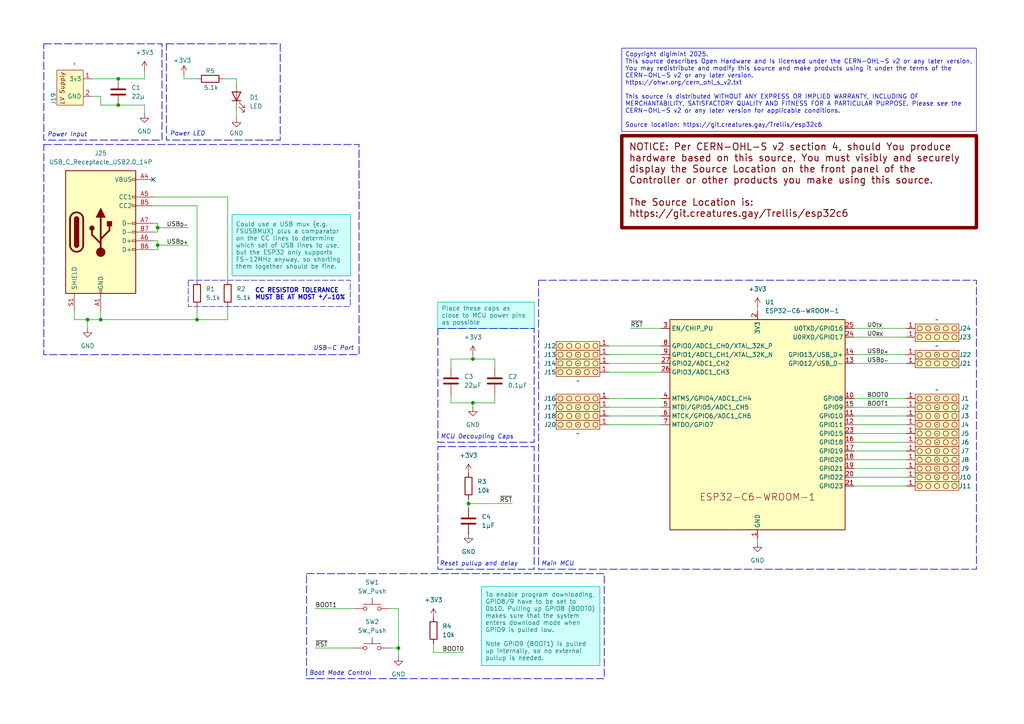
<source format=kicad_sch>
(kicad_sch (version 20231120) (generator "eeschema") (generator_version "8.0")
  (paper "A4")
  (title_block (title "Trellis ESP32-C6-WROOM module") (date "2025-04-03") (rev "1") (company "https://git.creatures.gay/Trellis/esp32c6") (comment 3 "Licensed under the CERN OHL-S v2") (comment 4 "Copyright 2025 digimint"))
  (lib_symbols
    (symbol "Connector:USB_C_Receptacle_USB2.0_14P" (pin_names (offset 1.016))
      (property "Reference" "J" (at 0 22.225 0))
      (property "Value" "USB_C_Receptacle_USB2.0_14P" (at 0 19.685 0))
      (symbol "USB_C_Receptacle_USB2.0_14P_0_0"
        (rectangle (start -0.254 -17.78) (end 0.254 -16.764))
        (rectangle (start 10.16 -4.826) (end 9.144 -5.334))
        (rectangle (start 10.16 -2.286) (end 9.144 -2.794))
        (rectangle (start 10.16 0.254) (end 9.144 -0.254))
        (rectangle (start 10.16 2.794) (end 9.144 2.286))
        (rectangle (start 10.16 7.874) (end 9.144 7.366))
        (rectangle (start 10.16 10.414) (end 9.144 9.906))
        (rectangle (start 10.16 15.494) (end 9.144 14.986))
      )
      (symbol "USB_C_Receptacle_USB2.0_14P_0_1"
        (rectangle (start -10.16 17.78) (end 10.16 -17.78) (stroke (width 0.254)) (fill (type background)))
        (arc (start -8.89 -3.81) (mid -6.985 -5.7067) (end -5.08 -3.81) (stroke (width 0.508)))
        (arc (start -7.62 -3.81) (mid -6.985 -4.4423) (end -6.35 -3.81) (stroke (width 0.254)))
        (arc (start -7.62 -3.81) (mid -6.985 -4.4423) (end -6.35 -3.81) (stroke (width 0.254)) (fill (type outline)))
        (rectangle (start -7.62 -3.81) (end -6.35 3.81) (stroke (width 0.254)) (fill (type outline)))
        (arc (start -6.35 3.81) (mid -6.985 4.4423) (end -7.62 3.81) (stroke (width 0.254)))
        (arc (start -6.35 3.81) (mid -6.985 4.4423) (end -7.62 3.81) (stroke (width 0.254)) (fill (type outline)))
        (arc (start -5.08 3.81) (mid -6.985 5.7067) (end -8.89 3.81) (stroke (width 0.508)))
        (circle (center -2.54 1.143) (radius 0.635) (stroke (width 0.254)) (fill (type outline)))
        (circle (center 0 -5.842) (radius 1.27) (fill (type outline)))
        (polyline (pts (xy -8.89 -3.81) (xy -8.89 3.81)) (stroke (width 0.508)))
        (polyline (pts (xy -5.08 3.81) (xy -5.08 -3.81)) (stroke (width 0.508)))
        (polyline (pts (xy 0 -5.842) (xy 0 4.318)) (stroke (width 0.508)))
        (polyline (pts (xy 0 -3.302) (xy -2.54 -0.762) (xy -2.54 0.508)) (stroke (width 0.508)))
        (polyline (pts (xy 0 -2.032) (xy 2.54 0.508) (xy 2.54 1.778)) (stroke (width 0.508)))
        (polyline (pts (xy -1.27 4.318) (xy 0 6.858) (xy 1.27 4.318) (xy -1.27 4.318)) (stroke (width 0.254)) (fill (type outline)))
        (rectangle (start 1.905 1.778) (end 3.175 3.048) (stroke (width 0.254)) (fill (type outline)))
      )
      (symbol "USB_C_Receptacle_USB2.0_14P_1_1"
        (pin passive line (at 0 -22.86 90) (length 5.08) (name "GND") (number "A1"))
        (pin passive line (at 0 -22.86 90) (length 5.08) hide (name "GND") (number "A12"))
        (pin passive line (at 15.24 15.24 180) (length 5.08) (name "VBUS") (number "A4"))
        (pin bidirectional line (at 15.24 10.16 180) (length 5.08) (name "CC1") (number "A5"))
        (pin bidirectional line (at 15.24 -2.54 180) (length 5.08) (name "D+") (number "A6"))
        (pin bidirectional line (at 15.24 2.54 180) (length 5.08) (name "D-") (number "A7"))
        (pin passive line (at 15.24 15.24 180) (length 5.08) hide (name "VBUS") (number "A9"))
        (pin passive line (at 0 -22.86 90) (length 5.08) hide (name "GND") (number "B1"))
        (pin passive line (at 0 -22.86 90) (length 5.08) hide (name "GND") (number "B12"))
        (pin passive line (at 15.24 15.24 180) (length 5.08) hide (name "VBUS") (number "B4"))
        (pin bidirectional line (at 15.24 7.62 180) (length 5.08) (name "CC2") (number "B5"))
        (pin bidirectional line (at 15.24 -5.08 180) (length 5.08) (name "D+") (number "B6"))
        (pin bidirectional line (at 15.24 0 180) (length 5.08) (name "D-") (number "B7"))
        (pin passive line (at 15.24 15.24 180) (length 5.08) hide (name "VBUS") (number "B9"))
        (pin passive line (at -7.62 -22.86 90) (length 5.08) (name "SHIELD") (number "S1"))
      )
    )
    (symbol "Device:C" (pin_numbers hide) (pin_names (offset 0.254))
      (property "Reference" "C" (at 0.635 2.54 0))
      (property "Value" "C" (at 0.635 -2.54 0))
      (symbol "C_0_1"
        (polyline (pts (xy -2.032 -0.762) (xy 2.032 -0.762)) (stroke (width 0.508)))
        (polyline (pts (xy -2.032 0.762) (xy 2.032 0.762)) (stroke (width 0.508)))
      )
      (symbol "C_1_1"
        (pin passive line (at 0 3.81 270) (length 2.794) (name "~") (number "1"))
        (pin passive line (at 0 -3.81 90) (length 2.794) (name "~") (number "2"))
      )
    )
    (symbol "Device:LED" (pin_numbers hide) (pin_names (offset 1.016) hide)
      (property "Reference" "D" (at 0 2.54 0))
      (property "Value" "LED" (at 0 -2.54 0))
      (symbol "LED_0_1"
        (polyline (pts (xy -1.27 -1.27) (xy -1.27 1.27)) (stroke (width 0.254)))
        (polyline (pts (xy -1.27 0) (xy 1.27 0)))
        (polyline (pts (xy 1.27 -1.27) (xy 1.27 1.27) (xy -1.27 0) (xy 1.27 -1.27)) (stroke (width 0.254)))
        (polyline (pts (xy -3.048 -0.762) (xy -4.572 -2.286) (xy -3.81 -2.286) (xy -4.572 -2.286) (xy -4.572 -1.524)))
        (polyline (pts (xy -1.778 -0.762) (xy -3.302 -2.286) (xy -2.54 -2.286) (xy -3.302 -2.286) (xy -3.302 -1.524)))
      )
      (symbol "LED_1_1"
        (pin passive line (at -3.81 0 0) (length 2.54) (name "K") (number "1"))
        (pin passive line (at 3.81 0 180) (length 2.54) (name "A") (number "2"))
      )
    )
    (symbol "Device:R" (pin_numbers hide) (pin_names (offset 0))
      (property "Reference" "R" (at 2.032 0 90))
      (property "Value" "R" (at 0 0 90))
      (symbol "R_0_1"
        (rectangle (start -1.016 -2.54) (end 1.016 2.54) (stroke (width 0.254)))
      )
      (symbol "R_1_1"
        (pin passive line (at 0 3.81 270) (length 1.27) (name "~") (number "1"))
        (pin passive line (at 0 -3.81 90) (length 1.27) (name "~") (number "2"))
      )
    )
    (symbol "PCM_Espressif:ESP32-C6-WROOM-1"
      (property "Reference" "U" (at -25.4 35.56 0))
      (property "Value" "ESP32-C6-WROOM-1" (at -25.4 33.02 0))
      (symbol "ESP32-C6-WROOM-1_0_0"
        (text "ESP32-C6-WROOM-1" (at 0 -20.955 0) (effects (font (size 2 2))))
      )
      (symbol "ESP32-C6-WROOM-1_0_1"
        (rectangle (start -25.4 30.48) (end 25.4 -30.48) (stroke (width 0.254)) (fill (type background)))
      )
      (symbol "ESP32-C6-WROOM-1_1_1"
        (pin power_in line (at 0 -33.02 90) (length 2.54) (name "GND") (number "1"))
        (pin bidirectional line (at 27.94 7.62 180) (length 2.54) (name "GPIO8") (number "10"))
        (pin bidirectional line (at 27.94 2.54 180) (length 2.54) (name "GPIO10") (number "11"))
        (pin bidirectional line (at 27.94 0 180) (length 2.54) (name "GPIO11") (number "12"))
        (pin bidirectional line (at 27.94 17.78 180) (length 2.54) (name "GPIO12/USB_D-") (number "13"))
        (pin bidirectional line (at 27.94 20.32 180) (length 2.54) (name "GPIO13/USB_D+") (number "14"))
        (pin bidirectional line (at 27.94 5.08 180) (length 2.54) (name "GPIO9") (number "15"))
        (pin bidirectional line (at 27.94 -5.08 180) (length 2.54) (name "GPIO18") (number "16"))
        (pin bidirectional line (at 27.94 -7.62 180) (length 2.54) (name "GPIO19") (number "17"))
        (pin bidirectional line (at 27.94 -10.16 180) (length 2.54) (name "GPIO20") (number "18"))
        (pin bidirectional line (at 27.94 -12.7 180) (length 2.54) (name "GPIO21") (number "19"))
        (pin power_in line (at 0 33.02 270) (length 2.54) (name "3V3") (number "2"))
        (pin bidirectional line (at 27.94 -15.24 180) (length 2.54) (name "GPIO22") (number "20"))
        (pin bidirectional line (at 27.94 -17.78 180) (length 2.54) (name "GPIO23") (number "21"))
        (pin no_connect line (at -25.4 -12.7 0) (length 2.54) hide (name "NC") (number "22"))
        (pin bidirectional line (at 27.94 -2.54 180) (length 2.54) (name "GPIO15") (number "23"))
        (pin bidirectional line (at 27.94 25.4 180) (length 2.54) (name "U0RXD/GPIO17") (number "24"))
        (pin bidirectional line (at 27.94 27.94 180) (length 2.54) (name "U0TXD/GPIO16") (number "25"))
        (pin bidirectional line (at -27.94 15.24 0) (length 2.54) (name "GPIO3/ADC1_CH3") (number "26"))
        (pin bidirectional line (at -27.94 17.78 0) (length 2.54) (name "GPIO2/ADC1_CH2") (number "27"))
        (pin passive line (at 0 -33.02 90) (length 2.54) hide (name "GND") (number "28"))
        (pin passive line (at 0 -33.02 90) (length 2.54) hide (name "GND") (number "29"))
        (pin input line (at -27.94 27.94 0) (length 2.54) (name "EN/CHIP_PU") (number "3"))
        (pin bidirectional line (at -27.94 7.62 0) (length 2.54) (name "MTMS/GPIO4/ADC1_CH4") (number "4"))
        (pin bidirectional line (at -27.94 5.08 0) (length 2.54) (name "MTDI/GPIO5/ADC1_CH5") (number "5"))
        (pin bidirectional line (at -27.94 2.54 0) (length 2.54) (name "MTCK/GPIO6/ADC1_CH6") (number "6"))
        (pin bidirectional line (at -27.94 0 0) (length 2.54) (name "MTDO/GPIO7") (number "7"))
        (pin bidirectional line (at -27.94 22.86 0) (length 2.54) (name "GPIO0/ADC1_CH0/XTAL_32K_P") (number "8"))
        (pin bidirectional line (at -27.94 20.32 0) (length 2.54) (name "GPIO1/ADC1_CH1/XTAL_32K_N") (number "9"))
      )
    )
    (symbol "ScelOVM_Standard_Symbols:trellis_con_1x5"
      (property "Reference" "J" (at 0 0 0))
      (symbol "trellis_con_1x5_0_1"
        (circle (center 0 -2.54) (radius 0.75))
        (circle (center 2.54 -2.54) (radius 0.75))
        (circle (center 5.08 -2.54) (radius 0.75))
        (circle (center 7.62 -2.54) (radius 0.75))
        (circle (center 10.16 -2.54) (radius 0.75))
      )
      (symbol "trellis_con_1x5_1_1"
        (rectangle (start -1.27 -1.27) (end 11.43 -3.81) (fill (type background)))
        (pin bidirectional line (at -3.81 -2.54 0) (length 2.54) (name "") (number "1"))
      )
    )
    (symbol "ScelOVM_Standard_Symbols:trellis_con_lv"
      (property "Reference" "J" (at -4.572 3.556 0))
      (symbol "trellis_con_lv_1_1"
        (rectangle (start -5.08 2.54) (end 5.08 -5.08) (fill (type background)))
        (text "LV Supply" (at 4.572 1.016 0) (effects (font (size 1.27 1.27) (italic yes)) (justify right)))
        (pin power_in line (at 2.54 -7.62 90) (length 2.54) (name "3v3") (number "1"))
        (pin power_in line (at -2.54 -7.62 90) (length 2.54) (name "GND") (number "2"))
      )
    )
    (symbol "Switch:SW_Push" (pin_numbers hide) (pin_names (offset 1.016) hide)
      (property "Reference" "SW" (at 1.27 2.54 0))
      (property "Value" "SW_Push" (at 0 -1.524 0))
      (symbol "SW_Push_0_1"
        (circle (center -2.032 0) (radius 0.508))
        (polyline (pts (xy 0 1.27) (xy 0 3.048)))
        (polyline (pts (xy 2.54 1.27) (xy -2.54 1.27)))
        (circle (center 2.032 0) (radius 0.508))
        (pin passive line (at -5.08 0 0) (length 2.54) (name "1") (number "1"))
        (pin passive line (at 5.08 0 180) (length 2.54) (name "2") (number "2"))
      )
    )
    (symbol "power:+3V3" (power) (pin_numbers hide) (pin_names (offset 0) hide)
      (property "Value" "+3V3" (at 0 3.556 0))
      (symbol "+3V3_0_1"
        (polyline (pts (xy -0.762 1.27) (xy 0 2.54)))
        (polyline (pts (xy 0 0) (xy 0 2.54)))
        (polyline (pts (xy 0 2.54) (xy 0.762 1.27)))
      )
      (symbol "+3V3_1_1"
        (pin power_in line (at 0 0 90) (length 0) (name "~") (number "1"))
      )
    )
    (symbol "power:GND" (power) (pin_numbers hide) (pin_names (offset 0) hide)
      (property "Value" "GND" (at 0 -3.81 0))
      (symbol "GND_0_1"
        (polyline (pts (xy 0 0) (xy 0 -1.27) (xy 1.27 -1.27) (xy 0 -2.54) (xy -1.27 -1.27) (xy 0 -1.27)))
      )
      (symbol "GND_1_1"
        (pin power_in line (at 0 0 270) (length 0) (name "~") (number "1"))
      )
    )
  )
  (junction (at 137.16 104.14))
  (junction (at 29.21 92.71))
  (junction (at 137.16 116.84))
  (junction (at 115.57 187.96))
  (junction (at 34.29 30.48))
  (junction (at 45.72 66.04))
  (junction (at 45.72 71.12))
  (junction (at 57.15 92.71))
  (junction (at 34.29 22.86))
  (junction (at 25.4 92.71))
  (junction (at 135.89 146.05))
  (no_connect (at 44.45 52.07))
  (wire (pts (xy 137.16 118.11) (xy 137.16 116.84)))
  (wire (pts (xy 68.58 22.86) (xy 68.58 24.13)))
  (wire (pts (xy 29.21 92.71) (xy 29.21 90.17)))
  (wire (pts (xy 45.72 66.04) (xy 45.72 67.31)))
  (wire (pts (xy 219.71 88.9) (xy 219.71 90.17)))
  (wire (pts (xy 262.89 95.25) (xy 247.65 95.25)))
  (wire (pts (xy 137.16 116.84) (xy 143.51 116.84)))
  (wire (pts (xy 176.53 118.11) (xy 191.77 118.11)))
  (wire (pts (xy 130.81 106.68) (xy 130.81 104.14)))
  (wire (pts (xy 130.81 104.14) (xy 137.16 104.14)))
  (wire (pts (xy 176.53 120.65) (xy 191.77 120.65)))
  (wire (pts (xy 29.21 30.48) (xy 34.29 30.48)))
  (wire (pts (xy 25.4 92.71) (xy 29.21 92.71)))
  (wire (pts (xy 135.89 146.05) (xy 148.59 146.05)))
  (wire (pts (xy 143.51 116.84) (xy 143.51 114.3)))
  (wire (pts (xy 262.89 123.19) (xy 247.65 123.19)))
  (wire (pts (xy 262.89 133.35) (xy 247.65 133.35)))
  (wire (pts (xy 26.67 27.94) (xy 29.21 27.94)))
  (wire (pts (xy 44.45 59.69) (xy 57.15 59.69)))
  (wire (pts (xy 130.81 114.3) (xy 130.81 116.84)))
  (wire (pts (xy 115.57 187.96) (xy 115.57 190.5)))
  (wire (pts (xy 219.71 157.48) (xy 219.71 156.21)))
  (wire (pts (xy 66.04 57.15) (xy 66.04 81.28)))
  (wire (pts (xy 45.72 69.85) (xy 45.72 71.12)))
  (wire (pts (xy 26.67 22.86) (xy 34.29 22.86)))
  (wire (pts (xy 262.89 97.79) (xy 247.65 97.79)))
  (wire (pts (xy 176.53 123.19) (xy 191.77 123.19)))
  (wire (pts (xy 45.72 67.31) (xy 44.45 67.31)))
  (wire (pts (xy 115.57 176.53) (xy 115.57 187.96)))
  (wire (pts (xy 41.91 33.02) (xy 41.91 30.48)))
  (wire (pts (xy 135.89 146.05) (xy 135.89 144.78)))
  (wire (pts (xy 91.44 176.53) (xy 102.87 176.53)))
  (wire (pts (xy 53.34 22.86) (xy 53.34 21.59)))
  (wire (pts (xy 262.89 120.65) (xy 247.65 120.65)))
  (wire (pts (xy 182.88 95.25) (xy 191.77 95.25)))
  (wire (pts (xy 125.73 189.23) (xy 134.62 189.23)))
  (wire (pts (xy 41.91 22.86) (xy 34.29 22.86)))
  (wire (pts (xy 41.91 20.32) (xy 41.91 22.86)))
  (wire (pts (xy 68.58 34.29) (xy 68.58 31.75)))
  (wire (pts (xy 262.89 138.43) (xy 247.65 138.43)))
  (wire (pts (xy 29.21 92.71) (xy 57.15 92.71)))
  (wire (pts (xy 45.72 64.77) (xy 45.72 66.04)))
  (wire (pts (xy 143.51 104.14) (xy 143.51 106.68)))
  (wire (pts (xy 45.72 71.12) (xy 54.61 71.12)))
  (wire (pts (xy 45.72 71.12) (xy 45.72 72.39)))
  (wire (pts (xy 262.89 105.41) (xy 247.65 105.41)))
  (wire (pts (xy 45.72 66.04) (xy 54.61 66.04)))
  (wire (pts (xy 113.03 176.53) (xy 115.57 176.53)))
  (wire (pts (xy 262.89 115.57) (xy 247.65 115.57)))
  (wire (pts (xy 176.53 100.33) (xy 191.77 100.33)))
  (wire (pts (xy 262.89 102.87) (xy 247.65 102.87)))
  (wire (pts (xy 25.4 95.25) (xy 25.4 92.71)))
  (wire (pts (xy 137.16 104.14) (xy 143.51 104.14)))
  (wire (pts (xy 29.21 27.94) (xy 29.21 30.48)))
  (wire (pts (xy 262.89 130.81) (xy 247.65 130.81)))
  (wire (pts (xy 91.44 187.96) (xy 102.87 187.96)))
  (wire (pts (xy 53.34 22.86) (xy 57.15 22.86)))
  (wire (pts (xy 176.53 102.87) (xy 191.77 102.87)))
  (wire (pts (xy 113.03 187.96) (xy 115.57 187.96)))
  (wire (pts (xy 66.04 88.9) (xy 66.04 92.71)))
  (wire (pts (xy 135.89 147.32) (xy 135.89 146.05)))
  (wire (pts (xy 176.53 107.95) (xy 191.77 107.95)))
  (wire (pts (xy 262.89 125.73) (xy 247.65 125.73)))
  (wire (pts (xy 57.15 92.71) (xy 66.04 92.71)))
  (wire (pts (xy 21.59 92.71) (xy 25.4 92.71)))
  (wire (pts (xy 130.81 116.84) (xy 137.16 116.84)))
  (wire (pts (xy 45.72 72.39) (xy 44.45 72.39)))
  (wire (pts (xy 125.73 186.69) (xy 125.73 189.23)))
  (wire (pts (xy 262.89 128.27) (xy 247.65 128.27)))
  (wire (pts (xy 176.53 105.41) (xy 191.77 105.41)))
  (wire (pts (xy 137.16 102.87) (xy 137.16 104.14)))
  (wire (pts (xy 57.15 88.9) (xy 57.15 92.71)))
  (wire (pts (xy 262.89 140.97) (xy 247.65 140.97)))
  (wire (pts (xy 64.77 22.86) (xy 68.58 22.86)))
  (wire (pts (xy 44.45 69.85) (xy 45.72 69.85)))
  (wire (pts (xy 41.91 30.48) (xy 34.29 30.48)))
  (wire (pts (xy 44.45 57.15) (xy 66.04 57.15)))
  (wire (pts (xy 262.89 118.11) (xy 247.65 118.11)))
  (wire (pts (xy 176.53 115.57) (xy 191.77 115.57)))
  (wire (pts (xy 21.59 90.17) (xy 21.59 92.71)))
  (wire (pts (xy 262.89 135.89) (xy 247.65 135.89)))
  (wire (pts (xy 44.45 64.77) (xy 45.72 64.77)))
  (wire (pts (xy 57.15 59.69) (xy 57.15 81.28)))
  (rectangle (start 48.26 12.7) (end 81.28 40.64) (stroke (width 0.2) (type dash)))
  (rectangle (start 127 129.54) (end 154.94 165.1) (stroke (width 0.2) (type dash)))
  (rectangle (start 54.61 81.28) (end 101.6 88.9) (stroke (width 0) (type dash)))
  (rectangle (start 12.7 12.7) (end 46.99 40.64) (stroke (width 0.2) (type dash)))
  (rectangle (start 156.21 81.28) (end 283.21 165.1) (stroke (width 0.2) (type dash)))
  (rectangle (start 88.9 166.37) (end 175.26 196.85) (stroke (width 0.2) (type dash)))
  (rectangle (start 127 95.25) (end 154.94 128.27) (stroke (width 0.2) (type dash)))
  (rectangle (start 12.7 41.91) (end 104.14 102.87) (stroke (width 0.2) (type dash)))
  (text_box "To enable program downloading, GPIO8/9 have to be set to 0b10. Pulling up GPIO8 (BOOT0) makes sure that the system enters download mode when GPIO9 is pulled low.\n\nNote GPIO9 (BOOT1) is pulled up internally, so no external pullup is needed." (at 139.7 170.18 0) (size 34.29 22.86) (stroke (width 0.2) (color 0 194 194 1)) (fill (type color) (color 209 255 249 1)) (effects (font (size 1.27 1.27)) (justify left)))
  (text_box "Place these caps as close to MCU power pins as possible" (at 127 87.63 0) (size 27.94 7.62) (stroke (width 0.2) (color 0 194 194 1)) (fill (type color) (color 209 255 249 1)) (effects (font (size 1.27 1.27)) (justify left)))
  (text_box "NOTICE: Per CERN-OHL-S v2 section 4, should You produce hardware based on this source, You must visibly and securely display the Source Location on the front panel of the Controller or other products you make using this source.\n\nThe Source Location is:\nhttps://git.creatures.gay/Trellis/esp32c6" (at 180.34 39.37 0) (size 102.87 26.67) (stroke (width 1) (color 122 0 0 1)) (effects (font (size 2 2) (thickness 0.254) (bold yes)) (justify left top)))
  (text_box "Could use a USB mux (e.g. FSUSBMUX) plus a comparator on the CC lines to determine which set of USB lines to use, but the ESP32 only supports FS-12MHz anyway, so shorting them together should be fine." (at 67.31 62.23 0) (size 34.29 17.78) (stroke (width 0.2) (color 0 194 194 1)) (fill (type color) (color 209 255 249 1)) (effects (font (size 1.27 1.27)) (justify left)))
  (text_box "Copyright digimint 2025.\nThis source describes Open Hardware and is licensed under the CERN-OHL-S v2 or any later version.\nYou may redistribute and modify this source and make products using it under the terms of the CERN-OHL-S v2 or any later version.\nhttps://ohwr.org/cern_ohl_s_v2.txt\n\nThis source is distributed WITHOUT ANY EXPRESS OR IMPLIED WARRANTY, INCLUDING OF MERCHANTABILITY, SATISFACTORY QUALITY AND FITNESS FOR A PARTICULAR PURPOSE. Please see the CERN-OHL-S v2 or any later version for applicable conditions.\n\nSource location: https://git.creatures.gay/Trellis/esp32c6" (at 180.34 13.97 0) (size 102.87 24.13) (effects (font (size 1.27 1.27)) (justify left top)))
  (text "Power LED" (at 49.276 38.862 0) (effects (font (size 1.27 1.27) (italic yes)) (justify left)))
  (text "Main MCU" (at 156.972 163.576 0) (effects (font (size 1.27 1.27) (italic yes)) (justify left)))
  (text "Power Input" (at 13.716 39.116 0) (effects (font (size 1.27 1.27) (italic yes)) (justify left)))
  (text "Reset pullup and delay" (at 127.508 163.576 0) (effects (font (size 1.27 1.27) (italic yes)) (justify left)))
  (text "MCU Decoupling Caps" (at 127.762 126.746 0) (effects (font (size 1.27 1.27) (italic yes)) (justify left)))
  (text "USB-C Port" (at 102.616 101.092 0) (effects (font (size 1.27 1.27) (italic yes)) (justify right)))
  (text "CC RESISTOR TOLERANCE\nMUST BE AT MOST ^{+}/_{-}10%" (at 73.914 87.122 0) (effects (font (size 1.27 1.27) (bold yes)) (justify left bottom)))
  (text "Boot Mode Control" (at 89.662 195.326 0) (effects (font (size 1.27 1.27) (italic yes)) (justify left)))
  (label "~{RST}" (at 148.59 146.05 180))
  (label "~{RST}" (at 91.44 187.96 0))
  (label "BOOT0" (at 134.62 189.23 180))
  (label "BOOT0" (at 251.46 115.57 0))
  (label "USB_{D+}" (at 54.61 71.12 180))
  (label "~{RST}" (at 182.88 95.25 0))
  (label "BOOT1" (at 251.46 118.11 0))
  (label "U0_{TX}" (at 251.46 95.25 0))
  (label "USB_{D+}" (at 251.46 102.87 0))
  (label "BOOT1" (at 91.44 176.53 0))
  (label "USB_{D-}" (at 54.61 66.04 180))
  (label "U0_{RX}" (at 251.46 97.79 0))
  (label "USB_{D-}" (at 251.46 105.41 0))
  (symbol (lib_id "ScelOVM_Standard_Symbols:trellis_con_1x5") (at 172.72 105.41 180) (unit 1)
    (property "Reference" "J13" (at 159.512 102.87 0))
    (property "Value" "~" (at 167.64 105.41 0))
  )
  (symbol (lib_id "Device:R") (at 60.96 22.86 90) (unit 1)
    (property "Reference" "R5" (at 60.96 20.574 90))
    (property "Value" "5.1k" (at 61.214 25.4 90))
    (property "Description" "Resistor" (effects (hide yes)))
  )
  (symbol (lib_id "power:GND") (at 115.57 190.5 0) (unit 1)
    (property "Reference" "#PWR013" (effects (hide yes)))
    (property "Value" "GND" (at 115.57 195.58 0))
    (property "Description" "Power symbol creates a global label with name \"GND\" , ground" (effects (hide yes)))
  )
  (symbol (lib_id "ScelOVM_Standard_Symbols:trellis_con_1x5") (at 266.7 100.33 0) (unit 1)
    (property "Reference" "J22" (at 279.908 102.87 0))
    (property "Value" "~" (at 271.78 100.33 0))
  )
  (symbol (lib_id "power:+3V3") (at 219.71 88.9 0) (unit 1)
    (property "Reference" "#PWR07" (effects (hide yes)))
    (property "Value" "+3V3" (at 219.71 83.82 0))
    (property "Description" "Power symbol creates a global label with name \"+3V3\"" (effects (hide yes)))
  )
  (symbol (lib_id "Switch:SW_Push") (at 107.95 187.96 0) (unit 1)
    (property "Reference" "SW2" (at 107.95 180.34 0))
    (property "Value" "SW_Push" (at 107.95 182.88 0))
    (property "Description" "Push button switch, generic, two pins" (effects (hide yes)))
  )
  (symbol (lib_id "ScelOVM_Standard_Symbols:trellis_con_1x5") (at 172.72 107.95 180) (unit 1)
    (property "Reference" "J14" (at 159.512 105.41 0))
    (property "Value" "~" (at 167.64 107.95 0))
  )
  (symbol (lib_id "ScelOVM_Standard_Symbols:trellis_con_1x5") (at 266.7 138.43 0) (unit 1)
    (property "Reference" "J11" (at 279.908 140.97 0))
    (property "Value" "~" (at 271.78 138.43 0))
  )
  (symbol (lib_id "power:GND") (at 137.16 118.11 0) (unit 1)
    (property "Reference" "#PWR05" (effects (hide yes)))
    (property "Value" "GND" (at 137.16 123.19 0))
    (property "Description" "Power symbol creates a global label with name \"GND\" , ground" (effects (hide yes)))
  )
  (symbol (lib_id "ScelOVM_Standard_Symbols:trellis_con_1x5") (at 266.7 123.19 0) (unit 1)
    (property "Reference" "J5" (at 279.908 125.73 0))
    (property "Value" "~" (at 271.78 123.19 0))
  )
  (symbol (lib_id "ScelOVM_Standard_Symbols:trellis_con_1x5") (at 266.7 130.81 0) (unit 1)
    (property "Reference" "J8" (at 279.908 133.35 0))
    (property "Value" "~" (at 271.78 130.81 0))
  )
  (symbol (lib_id "power:GND") (at 25.4 95.25 0) (unit 1)
    (property "Reference" "#PWR09" (effects (hide yes)))
    (property "Value" "GND" (at 25.4 100.33 0))
    (property "Description" "Power symbol creates a global label with name \"GND\" , ground" (effects (hide yes)))
  )
  (symbol (lib_id "Device:C") (at 135.89 151.13 0) (unit 1)
    (property "Reference" "C4" (at 139.7 149.8599 0) (effects (justify left)))
    (property "Value" "1µF" (at 139.7 152.3999 0) (effects (justify left)))
    (property "Description" "Unpolarized capacitor" (effects (hide yes)))
  )
  (symbol (lib_id "Switch:SW_Push") (at 107.95 176.53 0) (unit 1)
    (property "Reference" "SW1" (at 107.95 168.91 0))
    (property "Value" "SW_Push" (at 107.95 171.45 0))
    (property "Description" "Push button switch, generic, two pins" (effects (hide yes)))
  )
  (symbol (lib_id "ScelOVM_Standard_Symbols:trellis_con_1x5") (at 266.7 118.11 0) (unit 1)
    (property "Reference" "J3" (at 279.908 120.65 0))
    (property "Value" "~" (at 271.78 118.11 0))
  )
  (symbol (lib_id "PCM_Espressif:ESP32-C6-WROOM-1") (at 219.71 123.19 0) (unit 1)
    (property "Reference" "U1" (at 221.9041 87.63 0) (effects (justify left)))
    (property "Value" "ESP32-C6-WROOM-1" (at 221.9041 90.17 0) (effects (justify left)))
    (property "Footprint" "PCM_Espressif:ESP32-C6-WROOM-1" (effects (hide yes)))
    (property "Datasheet" "https://www.espressif.com/sites/default/files/documentation/esp32-c6-wroom-1_wroom-1u_datasheet_en.pdf" (effects (hide yes)))
    (property "Description" "ESP32-C6-WROOM-1/U is a module that supports 2.4 GHz Wi-Fi 6 (802.11 ax), Bluetooth® 5 (LE), Zigbee and Thread (802.15.4)" (effects (hide yes)))
  )
  (symbol (lib_id "ScelOVM_Standard_Symbols:trellis_con_1x5") (at 266.7 133.35 0) (unit 1)
    (property "Reference" "J9" (at 279.908 135.89 0))
    (property "Value" "~" (at 271.78 133.35 0))
  )
  (symbol (lib_id "Device:R") (at 57.15 85.09 0) (unit 1)
    (property "Reference" "R1" (at 59.69 83.82 0) (effects (justify left)))
    (property "Value" "5.1k" (at 59.69 86.36 0) (effects (justify left)))
  )
  (symbol (lib_id "ScelOVM_Standard_Symbols:trellis_con_1x5") (at 266.7 125.73 0) (unit 1)
    (property "Reference" "J6" (at 279.908 128.27 0))
    (property "Value" "~" (at 271.78 125.73 0))
  )
  (symbol (lib_id "power:+3V3") (at 135.89 137.16 0) (unit 1)
    (property "Reference" "#PWR010" (effects (hide yes)))
    (property "Value" "+3V3" (at 135.89 132.08 0))
    (property "Description" "Power symbol creates a global label with name \"+3V3\"" (effects (hide yes)))
  )
  (symbol (lib_id "power:+3V3") (at 53.34 21.59 0) (unit 1)
    (property "Reference" "#PWR03" (effects (hide yes)))
    (property "Value" "+3V3" (at 52.832 17.526 0))
    (property "Description" "Power symbol creates a global label with name \"+3V3\"" (effects (hide yes)))
  )
  (symbol (lib_id "ScelOVM_Standard_Symbols:trellis_con_1x5") (at 266.7 92.71 0) (unit 1)
    (property "Reference" "J24" (at 279.908 95.25 0))
    (property "Value" "~" (at 271.78 92.71 0))
  )
  (symbol (lib_id "Device:LED") (at 68.58 27.94 90) (unit 1)
    (property "Reference" "D1" (at 72.39 28.2574 90) (effects (justify right)))
    (property "Value" "LED" (at 72.39 30.7974 90) (effects (justify right)))
    (property "Description" "Light emitting diode" (effects (hide yes)))
  )
  (symbol (lib_id "Device:C") (at 143.51 110.49 0) (unit 1)
    (property "Reference" "C2" (at 147.32 109.2199 0) (effects (justify left)))
    (property "Value" "0.1μF" (at 147.32 111.7599 0) (effects (justify left)))
    (property "Description" "Unpolarized capacitor" (effects (hide yes)))
  )
  (symbol (lib_id "power:+3V3") (at 137.16 102.87 0) (unit 1)
    (property "Reference" "#PWR06" (effects (hide yes)))
    (property "Value" "+3V3" (at 137.16 97.79 0))
    (property "Description" "Power symbol creates a global label with name \"+3V3\"" (effects (hide yes)))
  )
  (symbol (lib_id "ScelOVM_Standard_Symbols:trellis_con_1x5") (at 172.72 118.11 180) (unit 1)
    (property "Reference" "J16" (at 159.512 115.57 0))
    (property "Value" "~" (at 167.64 118.11 0))
  )
  (symbol (lib_id "ScelOVM_Standard_Symbols:trellis_con_1x5") (at 172.72 102.87 180) (unit 1)
    (property "Reference" "J12" (at 159.512 100.33 0))
    (property "Value" "~" (at 167.64 102.87 0))
  )
  (symbol (lib_id "ScelOVM_Standard_Symbols:trellis_con_1x5") (at 266.7 95.25 0) (unit 1)
    (property "Reference" "J23" (at 279.908 97.79 0))
    (property "Value" "~" (at 271.78 95.25 0))
  )
  (symbol (lib_id "ScelOVM_Standard_Symbols:trellis_con_1x5") (at 172.72 125.73 180) (unit 1)
    (property "Reference" "J20" (at 159.512 123.19 0))
    (property "Value" "~" (at 167.64 125.73 0))
  )
  (symbol (lib_id "Device:R") (at 135.89 140.97 0) (unit 1)
    (property "Reference" "R3" (at 138.43 139.6999 0) (effects (justify left)))
    (property "Value" "10k" (at 138.43 142.2399 0) (effects (justify left)))
    (property "Description" "Resistor" (effects (hide yes)))
  )
  (symbol (lib_id "power:GND") (at 41.91 33.02 0) (unit 1)
    (property "Reference" "#PWR02" (effects (hide yes)))
    (property "Value" "GND" (at 41.91 38.1 0))
    (property "Description" "Power symbol creates a global label with name \"GND\" , ground" (effects (hide yes)))
  )
  (symbol (lib_id "power:+3V3") (at 125.73 179.07 0) (unit 1)
    (property "Reference" "#PWR012" (effects (hide yes)))
    (property "Value" "+3V3" (at 125.73 173.99 0))
    (property "Description" "Power symbol creates a global label with name \"+3V3\"" (effects (hide yes)))
  )
  (symbol (lib_id "Device:C") (at 130.81 110.49 0) (unit 1)
    (property "Reference" "C3" (at 134.62 109.2199 0) (effects (justify left)))
    (property "Value" "22μF" (at 134.62 111.7599 0) (effects (justify left)))
    (property "Description" "Unpolarized capacitor" (effects (hide yes)))
  )
  (symbol (lib_id "ScelOVM_Standard_Symbols:trellis_con_1x5") (at 266.7 135.89 0) (unit 1)
    (property "Reference" "J10" (at 279.908 138.43 0))
    (property "Value" "~" (at 271.78 135.89 0))
  )
  (symbol (lib_id "ScelOVM_Standard_Symbols:trellis_con_1x5") (at 172.72 123.19 180) (unit 1)
    (property "Reference" "J18" (at 159.512 120.65 0))
    (property "Value" "~" (at 167.64 123.19 0))
  )
  (symbol (lib_id "ScelOVM_Standard_Symbols:trellis_con_1x5") (at 172.72 110.49 180) (unit 1)
    (property "Reference" "J15" (at 159.512 107.95 0))
    (property "Value" "~" (at 167.64 110.49 0))
  )
  (symbol (lib_id "ScelOVM_Standard_Symbols:trellis_con_lv") (at 19.05 25.4 90) (unit 1)
    (property "Reference" "J19" (at 15.494 30.48 0) (effects (justify left)))
    (property "Value" "~" (at 21.59 19.05 0) (effects (justify left)))
    (property "Description" "3.3v (LV) power connection for Scelunian Trellis modules" (effects (hide yes)))
  )
  (symbol (lib_id "Device:R") (at 125.73 182.88 0) (unit 1)
    (property "Reference" "R4" (at 128.27 181.6099 0) (effects (justify left)))
    (property "Value" "10k" (at 128.27 184.1499 0) (effects (justify left)))
    (property "Description" "Resistor" (effects (hide yes)))
  )
  (symbol (lib_id "ScelOVM_Standard_Symbols:trellis_con_1x5") (at 266.7 115.57 0) (unit 1)
    (property "Reference" "J2" (at 279.908 118.11 0))
    (property "Value" "~" (at 271.78 115.57 0))
  )
  (symbol (lib_id "power:GND") (at 68.58 34.29 0) (unit 1)
    (property "Reference" "#PWR04" (effects (hide yes)))
    (property "Value" "GND" (at 68.58 38.608 0))
    (property "Description" "Power symbol creates a global label with name \"GND\" , ground" (effects (hide yes)))
  )
  (symbol (lib_id "ScelOVM_Standard_Symbols:trellis_con_1x5") (at 266.7 128.27 0) (unit 1)
    (property "Reference" "J7" (at 279.908 130.81 0))
    (property "Value" "~" (at 271.78 128.27 0))
  )
  (symbol (lib_id "Device:R") (at 66.04 85.09 0) (unit 1)
    (property "Reference" "R2" (at 68.58 83.82 0) (effects (justify left)))
    (property "Value" "5.1k" (at 68.58 86.36 0) (effects (justify left)))
  )
  (symbol (lib_id "power:+3V3") (at 41.91 20.32 0) (unit 1)
    (property "Reference" "#PWR01" (effects (hide yes)))
    (property "Value" "+3V3" (at 41.91 15.24 0))
    (property "Description" "Power symbol creates a global label with name \"+3V3\"" (effects (hide yes)))
  )
  (symbol (lib_id "ScelOVM_Standard_Symbols:trellis_con_1x5") (at 266.7 102.87 0) (unit 1)
    (property "Reference" "J21" (at 279.908 105.41 0))
    (property "Value" "~" (at 271.78 102.87 0))
  )
  (symbol (lib_id "ScelOVM_Standard_Symbols:trellis_con_1x5") (at 172.72 120.65 180) (unit 1)
    (property "Reference" "J17" (at 159.512 118.11 0))
    (property "Value" "~" (at 167.64 120.65 0))
  )
  (symbol (lib_id "power:GND") (at 135.89 154.94 0) (unit 1)
    (property "Reference" "#PWR011" (effects (hide yes)))
    (property "Value" "GND" (at 135.89 160.02 0))
    (property "Description" "Power symbol creates a global label with name \"GND\" , ground" (effects (hide yes)))
  )
  (symbol (lib_id "power:GND") (at 219.71 157.48 0) (unit 1)
    (property "Reference" "#PWR08" (effects (hide yes)))
    (property "Value" "GND" (at 219.71 162.56 0))
    (property "Description" "Power symbol creates a global label with name \"GND\" , ground" (effects (hide yes)))
  )
  (symbol (lib_id "ScelOVM_Standard_Symbols:trellis_con_1x5") (at 266.7 113.03 0) (unit 1)
    (property "Reference" "J1" (at 279.908 115.57 0))
    (property "Value" "~" (at 271.78 113.03 0))
  )
  (symbol (lib_id "ScelOVM_Standard_Symbols:trellis_con_1x5") (at 266.7 120.65 0) (unit 1)
    (property "Reference" "J4" (at 279.908 123.19 0))
    (property "Value" "~" (at 271.78 120.65 0))
  )
  (symbol (lib_id "Connector:USB_C_Receptacle_USB2.0_14P") (at 29.21 67.31 0) (unit 1)
    (property "Reference" "J25" (at 29.21 44.45 0))
    (property "Value" "USB_C_Receptacle_USB2.0_14P" (at 29.21 46.99 0))
    (property "Datasheet" "https://www.usb.org/sites/default/files/documents/usb_type-c.zip" (effects (hide yes)))
    (property "Description" "USB 2.0-only 14P Type-C Receptacle connector" (effects (hide yes)))
  )
  (symbol (lib_id "Device:C") (at 34.29 26.67 0) (unit 1)
    (property "Reference" "C1" (at 38.1 25.3999 0) (effects (justify left)))
    (property "Value" "22µ" (at 38.1 27.9399 0) (effects (justify left)))
    (property "Description" "Unpolarized capacitor" (effects (hide yes)))
  )
)
</source>
